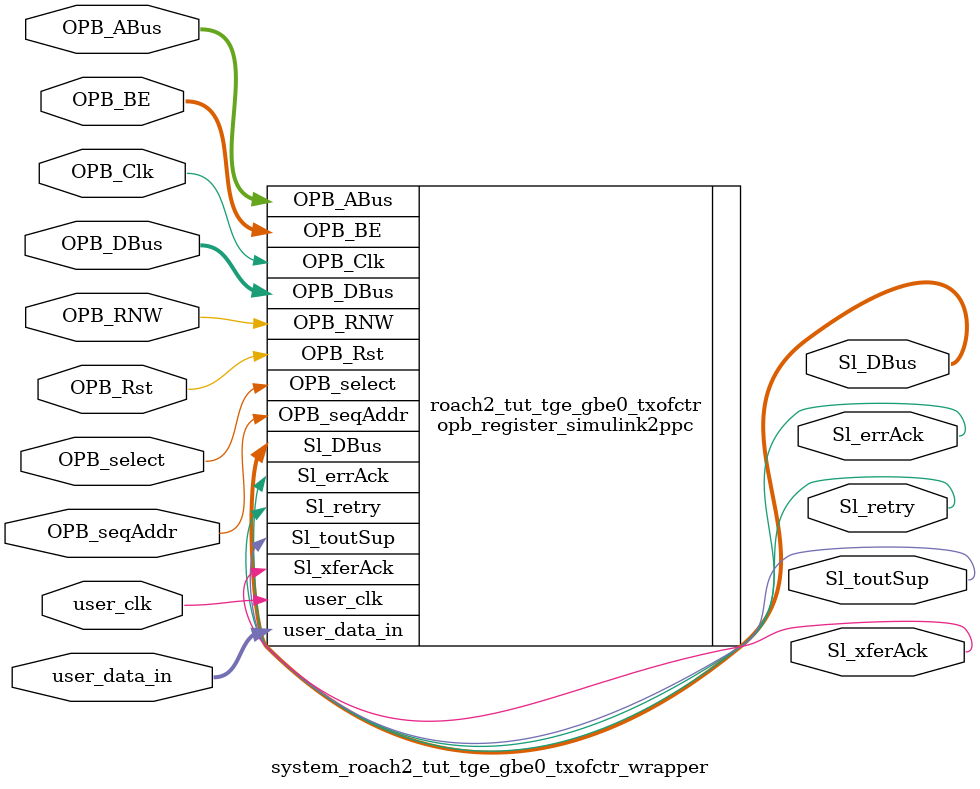
<source format=v>

module system_roach2_tut_tge_gbe0_txofctr_wrapper
  (
    OPB_Clk,
    OPB_Rst,
    Sl_DBus,
    Sl_errAck,
    Sl_retry,
    Sl_toutSup,
    Sl_xferAck,
    OPB_ABus,
    OPB_BE,
    OPB_DBus,
    OPB_RNW,
    OPB_select,
    OPB_seqAddr,
    user_data_in,
    user_clk
  );
  input OPB_Clk;
  input OPB_Rst;
  output [0:31] Sl_DBus;
  output Sl_errAck;
  output Sl_retry;
  output Sl_toutSup;
  output Sl_xferAck;
  input [0:31] OPB_ABus;
  input [0:3] OPB_BE;
  input [0:31] OPB_DBus;
  input OPB_RNW;
  input OPB_select;
  input OPB_seqAddr;
  input [31:0] user_data_in;
  input user_clk;

  opb_register_simulink2ppc
    #(
      .C_BASEADDR ( 32'h01040500 ),
      .C_HIGHADDR ( 32'h010405FF ),
      .C_OPB_AWIDTH ( 32 ),
      .C_OPB_DWIDTH ( 32 ),
      .C_FAMILY ( "virtex6" )
    )
    roach2_tut_tge_gbe0_txofctr (
      .OPB_Clk ( OPB_Clk ),
      .OPB_Rst ( OPB_Rst ),
      .Sl_DBus ( Sl_DBus ),
      .Sl_errAck ( Sl_errAck ),
      .Sl_retry ( Sl_retry ),
      .Sl_toutSup ( Sl_toutSup ),
      .Sl_xferAck ( Sl_xferAck ),
      .OPB_ABus ( OPB_ABus ),
      .OPB_BE ( OPB_BE ),
      .OPB_DBus ( OPB_DBus ),
      .OPB_RNW ( OPB_RNW ),
      .OPB_select ( OPB_select ),
      .OPB_seqAddr ( OPB_seqAddr ),
      .user_data_in ( user_data_in ),
      .user_clk ( user_clk )
    );

endmodule


</source>
